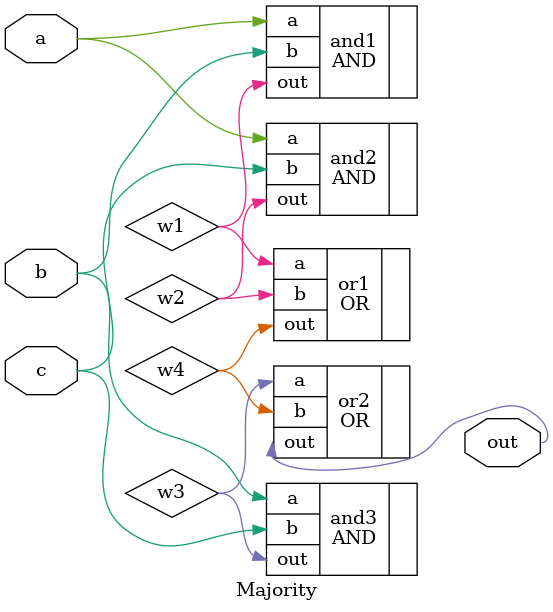
<source format=v>
`timescale 1ns/1ps

module Majority(a, b, c, out);
    input a, b, c;
    output out;
    wire w1,w2,w3,w4;
    AND and1(.out(w1), .a(a), .b(b));
    AND and2(.out(w2), .a(a), .b(c));
    AND and3(.out(w3), .a(b), .b(c));
    OR or1(.out(w4), .a(w1), .b(w2));
    OR or2(.out(out), .a(w3), .b(w4));

endmodule
</source>
